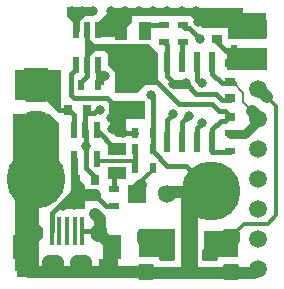
<source format=gtl>
G04*
G04 #@! TF.GenerationSoftware,Altium Limited,CircuitStudio,1.5.2 (30)*
G04*
G04 Layer_Physical_Order=1*
G04 Layer_Color=11767835*
%FSLAX25Y25*%
%MOIN*%
G70*
G01*
G75*
G04:AMPARAMS|DCode=10|XSize=55.12mil|YSize=43.31mil|CornerRadius=10.83mil|HoleSize=0mil|Usage=FLASHONLY|Rotation=180.000|XOffset=0mil|YOffset=0mil|HoleType=Round|Shape=RoundedRectangle|*
%AMROUNDEDRECTD10*
21,1,0.05512,0.02165,0,0,180.0*
21,1,0.03347,0.04331,0,0,180.0*
1,1,0.02165,-0.01673,0.01083*
1,1,0.02165,0.01673,0.01083*
1,1,0.02165,0.01673,-0.01083*
1,1,0.02165,-0.01673,-0.01083*
%
%ADD10ROUNDEDRECTD10*%
G04:AMPARAMS|DCode=11|XSize=59.06mil|YSize=55.12mil|CornerRadius=13.78mil|HoleSize=0mil|Usage=FLASHONLY|Rotation=180.000|XOffset=0mil|YOffset=0mil|HoleType=Round|Shape=RoundedRectangle|*
%AMROUNDEDRECTD11*
21,1,0.05906,0.02756,0,0,180.0*
21,1,0.03150,0.05512,0,0,180.0*
1,1,0.02756,-0.01575,0.01378*
1,1,0.02756,0.01575,0.01378*
1,1,0.02756,0.01575,-0.01378*
1,1,0.02756,-0.01575,-0.01378*
%
%ADD11ROUNDEDRECTD11*%
%ADD12R,0.01575X0.09449*%
%ADD13R,0.02362X0.05512*%
%ADD14R,0.02362X0.01969*%
%ADD15R,0.02362X0.03543*%
%ADD16R,0.02362X0.07087*%
%ADD17R,0.03543X0.02362*%
%ADD18R,0.03937X0.05906*%
%ADD19R,0.05906X0.03937*%
%ADD20R,0.03543X0.03150*%
%ADD21R,0.03150X0.03543*%
%ADD22R,0.08661X0.05906*%
%ADD23C,0.05512*%
%ADD24C,0.03937*%
%ADD25C,0.01575*%
%ADD26C,0.01181*%
%ADD27C,0.00787*%
%ADD28C,0.02362*%
%ADD29C,0.03150*%
%ADD30R,0.09449X0.10236*%
%ADD31R,0.11417X0.08661*%
%ADD32R,0.12205X0.09449*%
%ADD33R,0.07874X0.33858*%
%ADD34R,0.12992X0.08661*%
%ADD35R,0.13780X0.07480*%
%ADD36R,0.07480X0.02362*%
%ADD37R,0.45276X0.02756*%
%ADD38R,0.02756X0.05118*%
%ADD39R,0.06299X0.06299*%
%ADD40O,0.05512X0.06299*%
G04:AMPARAMS|DCode=41|XSize=70.87mil|YSize=70.87mil|CornerRadius=17.72mil|HoleSize=0mil|Usage=FLASHONLY|Rotation=180.000|XOffset=0mil|YOffset=0mil|HoleType=Round|Shape=RoundedRectangle|*
%AMROUNDEDRECTD41*
21,1,0.07087,0.03543,0,0,180.0*
21,1,0.03543,0.07087,0,0,180.0*
1,1,0.03543,-0.01772,0.01772*
1,1,0.03543,0.01772,0.01772*
1,1,0.03543,0.01772,-0.01772*
1,1,0.03543,-0.01772,-0.01772*
%
%ADD41ROUNDEDRECTD41*%
%ADD42R,0.06299X0.07874*%
%ADD43C,0.19685*%
%ADD44R,0.07874X0.09449*%
G04:AMPARAMS|DCode=45|XSize=47.24mil|YSize=78.74mil|CornerRadius=11.81mil|HoleSize=0mil|Usage=FLASHONLY|Rotation=270.000|XOffset=0mil|YOffset=0mil|HoleType=Round|Shape=RoundedRectangle|*
%AMROUNDEDRECTD45*
21,1,0.04724,0.05512,0,0,270.0*
21,1,0.02362,0.07874,0,0,270.0*
1,1,0.02362,-0.02756,-0.01181*
1,1,0.02362,-0.02756,0.01181*
1,1,0.02362,0.02756,0.01181*
1,1,0.02362,0.02756,-0.01181*
%
%ADD45ROUNDEDRECTD45*%
%ADD46O,0.07874X0.04724*%
%ADD47R,0.07874X0.07874*%
%ADD48C,0.05906*%
%ADD49R,0.05906X0.05906*%
%ADD50R,0.05906X0.05906*%
%ADD51C,0.03150*%
G36*
X41732Y61417D02*
X41732Y49213D01*
X38583Y49213D01*
X36220Y51575D01*
X36220Y61417D01*
X41732Y61417D01*
D02*
G37*
G36*
X20079Y71653D02*
X20079Y57480D01*
X19291Y57480D01*
X15354Y61417D01*
X12598D01*
Y69291D01*
X14961Y71653D01*
X20079Y71653D01*
D02*
G37*
G36*
X27953Y33465D02*
X27953Y25197D01*
X17323Y25197D01*
X23228Y31102D01*
X23228Y35827D01*
X25591D01*
X27953Y33465D01*
D02*
G37*
G36*
X19291Y53937D02*
X19291Y36614D01*
X3937Y36614D01*
X3937Y57087D01*
X16142Y57087D01*
X19291Y53937D01*
D02*
G37*
G36*
X78740Y85827D02*
X67323D01*
X62992Y90158D01*
X78740D01*
Y85827D01*
D02*
G37*
G36*
X30709Y89764D02*
X27953Y89764D01*
X25984Y87795D01*
X24016D01*
X22047Y89764D01*
Y92520D01*
X30709D01*
Y89764D01*
D02*
G37*
G36*
X31496Y80315D02*
X49213D01*
X52362Y77165D01*
X52362Y66535D01*
X48031Y66535D01*
X45669Y64173D01*
X38189D01*
X38189Y70866D01*
X35827Y73228D01*
X35827Y76772D01*
X34646Y77953D01*
X31496Y77953D01*
X28740Y75197D01*
X28740Y83071D01*
X31496Y80315D01*
D02*
G37*
G36*
X43701Y87795D02*
X38583Y82677D01*
X32625Y82677D01*
X32283Y87795D01*
X36614Y92126D01*
X43701D01*
X43701Y87795D01*
D02*
G37*
D10*
X69685Y3937D02*
D03*
Y9843D02*
D03*
X55512D02*
D03*
Y3937D02*
D03*
D11*
X76772Y16142D02*
D03*
Y4331D02*
D03*
X48425D02*
D03*
Y16142D02*
D03*
D12*
X24606Y18110D02*
D03*
X22047D02*
D03*
X19488D02*
D03*
X16929D02*
D03*
X27165D02*
D03*
D13*
X28740Y84843D02*
D03*
X25000Y73425D02*
D03*
X28740Y73425D02*
D03*
X32480D02*
D03*
Y84843D02*
D03*
X25000D02*
D03*
X31890Y51575D02*
D03*
X28150Y51575D02*
D03*
X24409D02*
D03*
Y42126D02*
D03*
X31890D02*
D03*
D14*
X77559Y79134D02*
D03*
Y85433D02*
D03*
X31496Y23622D02*
D03*
Y29921D02*
D03*
D15*
X44685Y38976D02*
D03*
X50590Y38976D02*
D03*
X44685Y45276D02*
D03*
X50590Y45276D02*
D03*
X50591Y50787D02*
D03*
X44685Y50787D02*
D03*
X32480Y66535D02*
D03*
X26575Y66535D02*
D03*
D16*
X70492Y74409D02*
D03*
X65492D02*
D03*
X60492D02*
D03*
X55492D02*
D03*
Y47638D02*
D03*
X60492D02*
D03*
X65492D02*
D03*
X70492D02*
D03*
D17*
X76378Y50591D02*
D03*
X76378Y44685D02*
D03*
X54331Y86811D02*
D03*
X54331Y80906D02*
D03*
X60630Y80905D02*
D03*
X60630Y86811D02*
D03*
X37795Y26181D02*
D03*
X37795Y32087D02*
D03*
D18*
X40157Y84646D02*
D03*
X48031D02*
D03*
D19*
X38583Y37402D02*
D03*
Y45276D02*
D03*
D20*
X76378Y74016D02*
D03*
Y67716D02*
D03*
X72047Y81890D02*
D03*
Y88189D02*
D03*
X76378Y62205D02*
D03*
Y55905D02*
D03*
D21*
X28740Y58268D02*
D03*
X22441D02*
D03*
X31496Y35039D02*
D03*
X25197D02*
D03*
D22*
X43701Y58268D02*
D03*
Y75590D02*
D03*
D23*
X62598Y5512D02*
Y30315D01*
X66929Y31102D02*
X68110Y32283D01*
D24*
X66929Y31102D02*
X69685D01*
X54488D02*
X66929D01*
X44488D02*
X46850Y33465D01*
X85827Y65433D02*
X88583Y62677D01*
X83858Y57874D02*
X85827Y55905D01*
X9449Y4331D02*
X48425D01*
X69685Y3937D02*
X84331D01*
X37008Y6693D02*
Y12598D01*
X35827Y5512D02*
X37008Y6693D01*
X33071Y17323D02*
Y22047D01*
X32677Y17323D02*
X37008Y12992D01*
X55512Y3937D02*
X69685D01*
X48819D02*
X55512D01*
X8268Y5512D02*
X9449Y4331D01*
X48425D02*
X48819Y3937D01*
X84331D02*
X85827Y5433D01*
X31496Y23622D02*
X33071Y22047D01*
X24803Y29921D02*
X31496D01*
X83465Y87795D02*
X85827Y85433D01*
D25*
X50591Y50787D02*
Y62795D01*
Y45276D02*
Y50787D01*
X55512Y39764D02*
X61811D01*
X50590Y44685D02*
X55512Y39764D01*
X50590Y44685D02*
Y45276D01*
X50591Y45276D01*
X50000Y63386D02*
X50591Y62795D01*
X44685Y38976D02*
Y45276D01*
X61811Y39764D02*
X64961Y36614D01*
X85827Y55905D02*
Y56299D01*
Y55433D02*
Y55905D01*
Y54724D02*
Y55433D01*
X48425Y16142D02*
Y17126D01*
X8268Y5512D02*
X35827D01*
X73228Y54724D02*
X74803D01*
X70492Y51988D02*
X73228Y54724D01*
X70492Y47638D02*
Y51988D01*
X72835Y57874D02*
X74803D01*
X70472Y60236D02*
X72835Y57874D01*
X59449Y60236D02*
X70472D01*
X31890Y51575D02*
X38189Y45276D01*
X38583D01*
X37795Y36614D02*
X38583Y37402D01*
X37795Y31890D02*
Y36614D01*
X31496Y29921D02*
X35039Y26378D01*
X37795D01*
X40551Y50787D02*
X44882D01*
X39961Y85236D02*
Y91339D01*
X60492Y74409D02*
Y81102D01*
X65492Y68366D02*
Y74409D01*
X85827Y34724D02*
Y36220D01*
X16929Y18110D02*
Y24016D01*
X27165Y18110D02*
X32283D01*
X28150Y51575D02*
Y57283D01*
X16929Y24016D02*
X18898Y25984D01*
X65492Y68366D02*
X66535Y67323D01*
X66929D01*
X28346Y57480D02*
X31102D01*
X28740Y73425D02*
Y84842D01*
X26772Y66535D02*
Y67716D01*
X28740Y69685D01*
Y72638D01*
X23228Y63386D02*
Y70472D01*
X24213Y71457D01*
X70492Y44488D02*
X76378D01*
X70472Y70472D02*
Y72835D01*
Y70472D02*
X73622Y67323D01*
X77559D01*
X72047Y81102D02*
Y82284D01*
Y81102D02*
X75197Y77953D01*
X77559D01*
X55492Y69705D02*
Y74409D01*
X50787Y68898D02*
X59449Y60236D01*
X50787Y68898D02*
Y76378D01*
X23228Y63386D02*
X24409Y62205D01*
X35433D01*
X36614Y61024D01*
X31102Y57480D02*
X31890Y58268D01*
X33071D01*
X19685D02*
X22835D01*
X24409Y56693D01*
Y51575D02*
Y56693D01*
X28346Y38976D02*
X31102Y36220D01*
X28346Y38976D02*
Y51378D01*
X24409Y30315D02*
X25591D01*
X55492Y47638D02*
Y55098D01*
X57480Y57087D01*
X70492Y44488D02*
Y47638D01*
X71653Y63779D02*
X73622Y61811D01*
X76378D01*
X74803Y57874D02*
X76378Y56299D01*
X74803Y54724D02*
X76378Y56299D01*
X47638Y84646D02*
Y85433D01*
X39961Y85236D02*
X40551Y84646D01*
X60630Y86614D02*
X61417Y85827D01*
X47638Y84646D02*
X49606Y86614D01*
X54331D01*
X55492Y74409D02*
Y79941D01*
X54331Y81102D02*
X55492Y79941D01*
X32480Y84842D02*
Y86417D01*
X36614Y90551D01*
Y91339D01*
Y91732D01*
X61417Y85827D02*
X62598D01*
X66535Y81890D01*
X36614Y55512D02*
Y61024D01*
X24803Y33465D02*
X26772Y31496D01*
X25591Y30315D02*
X26772Y31496D01*
X24016Y42126D02*
X24409Y41732D01*
X24803Y41339D01*
X55492Y69705D02*
X57480Y67716D01*
Y67126D02*
Y67716D01*
X61713Y67224D02*
X65158Y63779D01*
X71653D01*
X65492Y47638D02*
Y52500D01*
X66929Y53937D01*
X60492Y47638D02*
Y54193D01*
X62598Y56299D01*
D26*
X44488Y31102D02*
Y32283D01*
X50590Y38386D01*
Y38976D01*
X32677Y41339D02*
X44488D01*
X88583Y62677D02*
X91732Y59528D01*
X76772Y16142D02*
X81102Y20472D01*
X88976D01*
X91732Y23228D01*
Y59528D01*
D27*
X80709Y61024D02*
X83858Y57874D01*
X31890Y42126D02*
X32677Y41339D01*
X77559Y67323D02*
X80709Y64173D01*
Y61024D02*
Y64173D01*
X85827Y65433D02*
Y66142D01*
D28*
X24409Y30315D02*
Y41732D01*
X24409Y30315D02*
X24803Y29921D01*
X25000Y84842D02*
Y89961D01*
X24409Y41732D02*
Y42126D01*
D29*
X76378Y50394D02*
X81496D01*
X85827Y54724D01*
X61614Y67126D02*
X61713Y67224D01*
X57480Y67126D02*
X61614D01*
D30*
X9449Y66535D02*
D03*
D31*
X73425Y13780D02*
D03*
D32*
X52165Y14173D02*
D03*
D33*
X8661Y21654D02*
D03*
D34*
X82087Y86221D02*
D03*
D35*
Y75394D02*
D03*
D36*
X27362Y91339D02*
D03*
D37*
X58071Y91142D02*
D03*
D38*
X32874Y69095D02*
D03*
D39*
X35827Y5512D02*
D03*
X8268D02*
D03*
D40*
X11417Y17323D02*
D03*
X32677D02*
D03*
D41*
X17323Y6299D02*
D03*
X26772D02*
D03*
D42*
X7087Y12598D02*
D03*
X37008D02*
D03*
D43*
X70079Y31496D02*
D03*
X11811Y35433D02*
D03*
D44*
Y67716D02*
D03*
D45*
Y63386D02*
D03*
D46*
Y55512D02*
D03*
D47*
Y51181D02*
D03*
D48*
X55276Y30315D02*
D03*
X85827Y65433D02*
D03*
Y55433D02*
D03*
Y45433D02*
D03*
Y35433D02*
D03*
Y25433D02*
D03*
Y15433D02*
D03*
Y5433D02*
D03*
Y75433D02*
D03*
D49*
X45276Y30315D02*
D03*
D50*
X85827Y85433D02*
D03*
D51*
X55512Y9843D02*
D03*
Y3937D02*
D03*
X69685D02*
D03*
Y9843D02*
D03*
X77559Y89370D02*
D03*
X40551Y50787D02*
D03*
X64961Y36614D02*
D03*
X75197Y26378D02*
D03*
X64961D02*
D03*
X75197Y36614D02*
D03*
X16929Y40551D02*
D03*
Y30315D02*
D03*
X6693D02*
D03*
Y40551D02*
D03*
X70079Y24409D02*
D03*
X62992Y31496D02*
D03*
X70079Y38583D02*
D03*
X77165Y31496D02*
D03*
X18898Y35433D02*
D03*
X11811Y28346D02*
D03*
X4724Y35433D02*
D03*
X11811Y42520D02*
D03*
X27165Y91339D02*
D03*
X23622D02*
D03*
X34646Y69685D02*
D03*
X66929Y67323D02*
D03*
X33071Y58268D02*
D03*
X28346Y46457D02*
D03*
X24409Y30315D02*
D03*
X57480Y57087D02*
D03*
X20866Y26378D02*
D03*
X24409Y26772D02*
D03*
X50000Y63386D02*
D03*
X37008Y51968D02*
D03*
X36614Y55512D02*
D03*
X66535Y81890D02*
D03*
X50787Y75197D02*
D03*
X30709Y91339D02*
D03*
X36614D02*
D03*
X41339D02*
D03*
X46063D02*
D03*
X50787D02*
D03*
X55512D02*
D03*
X60236D02*
D03*
X64961D02*
D03*
X65748Y87795D02*
D03*
X68504Y90551D02*
D03*
X57480Y67126D02*
D03*
X61713Y67224D02*
D03*
X66929Y53937D02*
D03*
X62598Y56299D02*
D03*
M02*

</source>
